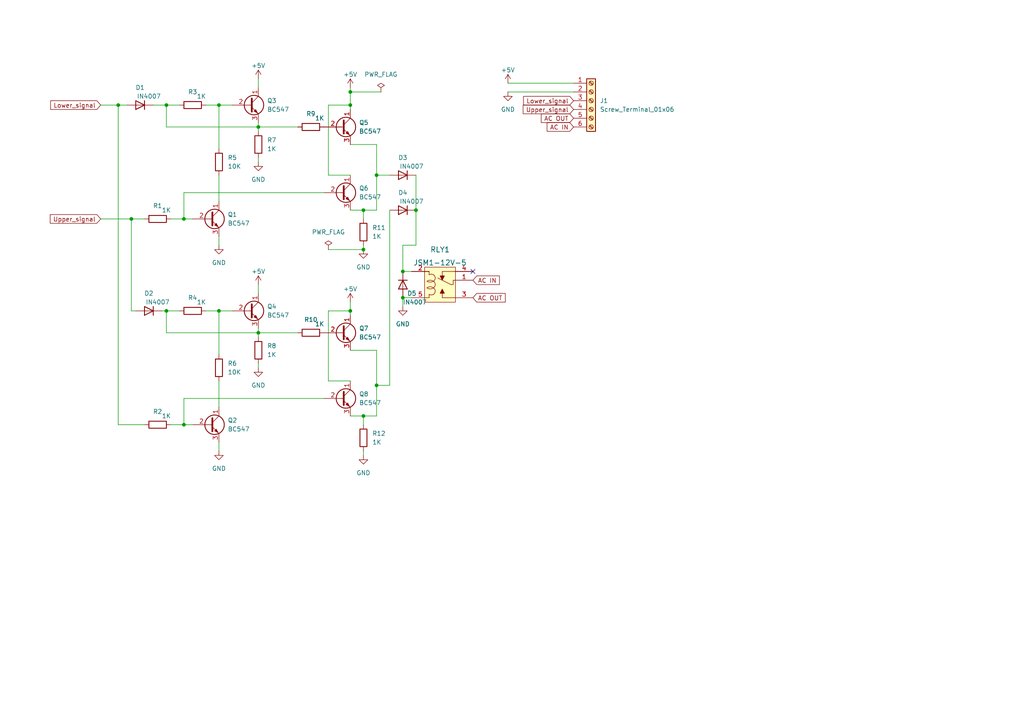
<source format=kicad_sch>
(kicad_sch (version 20211123) (generator eeschema)
  (paper "A4")
  (title_block (title "LatchReset_twoway") (date "2022-10-02") (rev "rev2") (company "Author : Ukesh Aryal"))
  (lib_symbols
    (symbol "Connector:Screw_Terminal_01x06" (pin_names (offset 1.016) hide)
      (property "Reference" "J" (at 0 7.62 0))
      (property "Value" "Screw_Terminal_01x06" (at 0 -10.16 0))
      (symbol "Screw_Terminal_01x06_1_1"
        (rectangle (start -1.27 6.35) (end 1.27 -8.89) (stroke (width 0.254)) (fill (type background)))
        (circle (center 0 -7.62) (radius 0.635) (stroke (width 0.1524)))
        (circle (center 0 -5.08) (radius 0.635) (stroke (width 0.1524)))
        (circle (center 0 -2.54) (radius 0.635) (stroke (width 0.1524)))
        (polyline (pts (xy -0.5334 -7.2898) (xy 0.3302 -8.128)) (stroke (width 0.1524)))
        (polyline (pts (xy -0.5334 -4.7498) (xy 0.3302 -5.588)) (stroke (width 0.1524)))
        (polyline (pts (xy -0.5334 -2.2098) (xy 0.3302 -3.048)) (stroke (width 0.1524)))
        (polyline (pts (xy -0.5334 0.3302) (xy 0.3302 -0.508)) (stroke (width 0.1524)))
        (polyline (pts (xy -0.5334 2.8702) (xy 0.3302 2.032)) (stroke (width 0.1524)))
        (polyline (pts (xy -0.5334 5.4102) (xy 0.3302 4.572)) (stroke (width 0.1524)))
        (polyline (pts (xy -0.3556 -7.112) (xy 0.508 -7.9502)) (stroke (width 0.1524)))
        (polyline (pts (xy -0.3556 -4.572) (xy 0.508 -5.4102)) (stroke (width 0.1524)))
        (polyline (pts (xy -0.3556 -2.032) (xy 0.508 -2.8702)) (stroke (width 0.1524)))
        (polyline (pts (xy -0.3556 0.508) (xy 0.508 -0.3302)) (stroke (width 0.1524)))
        (polyline (pts (xy -0.3556 3.048) (xy 0.508 2.2098)) (stroke (width 0.1524)))
        (polyline (pts (xy -0.3556 5.588) (xy 0.508 4.7498)) (stroke (width 0.1524)))
        (circle (center 0 0) (radius 0.635) (stroke (width 0.1524)))
        (circle (center 0 2.54) (radius 0.635) (stroke (width 0.1524)))
        (circle (center 0 5.08) (radius 0.635) (stroke (width 0.1524)))
        (pin passive line (at -5.08 5.08 0) (length 3.81) (name "Pin_1") (number "1"))
        (pin passive line (at -5.08 2.54 0) (length 3.81) (name "Pin_2") (number "2"))
        (pin passive line (at -5.08 0 0) (length 3.81) (name "Pin_3") (number "3"))
        (pin passive line (at -5.08 -2.54 0) (length 3.81) (name "Pin_4") (number "4"))
        (pin passive line (at -5.08 -5.08 0) (length 3.81) (name "Pin_5") (number "5"))
        (pin passive line (at -5.08 -7.62 0) (length 3.81) (name "Pin_6") (number "6"))
      )
    )
    (symbol "Device:D" (pin_numbers hide) (pin_names (offset 1.016) hide)
      (property "Reference" "D" (at 0 2.54 0))
      (property "Value" "D" (at 0 -2.54 0))
      (symbol "D_0_1"
        (polyline (pts (xy -1.27 1.27) (xy -1.27 -1.27)) (stroke (width 0.254)))
        (polyline (pts (xy 1.27 0) (xy -1.27 0)))
        (polyline (pts (xy 1.27 1.27) (xy 1.27 -1.27) (xy -1.27 0) (xy 1.27 1.27)) (stroke (width 0.254)))
      )
      (symbol "D_1_1"
        (pin passive line (at -3.81 0 0) (length 2.54) (name "K") (number "1"))
        (pin passive line (at 3.81 0 180) (length 2.54) (name "A") (number "2"))
      )
    )
    (symbol "Device:R" (pin_numbers hide) (pin_names (offset 0))
      (property "Reference" "R" (at 2.032 0 90))
      (property "Value" "R" (at 0 0 90))
      (symbol "R_0_1"
        (rectangle (start -1.016 -2.54) (end 1.016 2.54) (stroke (width 0.254)))
      )
      (symbol "R_1_1"
        (pin passive line (at 0 3.81 270) (length 1.27) (name "~") (number "1"))
        (pin passive line (at 0 -3.81 90) (length 1.27) (name "~") (number "2"))
      )
    )
    (symbol "Transistor_BJT:BC547" (pin_names (offset 0) hide)
      (property "Reference" "Q" (at 5.08 1.905 0))
      (property "Value" "BC547" (at 5.08 0 0))
      (symbol "BC547_0_1"
        (polyline (pts (xy 0 0) (xy 0.635 0)))
        (polyline (pts (xy 0.635 0.635) (xy 2.54 2.54)))
        (polyline (pts (xy 0.635 -0.635) (xy 2.54 -2.54) (xy 2.54 -2.54)))
        (polyline (pts (xy 0.635 1.905) (xy 0.635 -1.905) (xy 0.635 -1.905)) (stroke (width 0.508)))
        (polyline (pts (xy 1.27 -1.778) (xy 1.778 -1.27) (xy 2.286 -2.286) (xy 1.27 -1.778) (xy 1.27 -1.778)) (fill (type outline)))
        (circle (center 1.27 0) (radius 2.8194) (stroke (width 0.254)))
      )
      (symbol "BC547_1_1"
        (pin passive line (at 2.54 5.08 270) (length 2.54) (name "C") (number "1"))
        (pin input line (at -5.08 0 0) (length 5.08) (name "B") (number "2"))
        (pin passive line (at 2.54 -5.08 90) (length 2.54) (name "E") (number "3"))
      )
    )
    (symbol "dk_Automotive-Relays:JSM1-12V-5" (pin_names (offset 0.0254) hide)
      (property "Reference" "RLY" (at -3.81 5.08 0))
      (property "Value" "JSM1-12V-5" (at 1.27 -8.89 0))
      (symbol "JSM1-12V-5_0_1"
        (rectangle (start -3.81 3.81) (end 5.08 -6.35) (fill (type background)))
        (arc (start -3.175 -2.2098) (mid -2.2225 -2.5197) (end -1.27 -2.2098))
        (arc (start -3.175 -0.3048) (mid -2.2225 -0.5353) (end -1.27 -0.3048))
        (arc (start -2.54 -4.1148) (mid -1.905 -4.2647) (end -1.27 -4.1148))
        (arc (start -1.27 -4.1148) (mid -0.7708 -3.1623) (end -1.27 -2.2098))
        (arc (start -1.27 -2.2098) (mid -2.2225 -1.8999) (end -3.175 -2.2098))
        (arc (start -1.27 -2.2098) (mid -0.7708 -1.2573) (end -1.27 -0.3048))
        (arc (start -1.27 -0.3048) (mid -2.2225 0.0051) (end -3.175 -0.3048))
        (arc (start -1.27 -0.3048) (mid -0.7708 0.6477) (end -1.27 1.6002))
        (arc (start -1.27 1.6002) (mid -1.905 1.7501) (end -2.54 1.6002))
        (polyline (pts (xy -2.54 -5.0546) (xy -2.54 -4.1148)))
        (polyline (pts (xy -2.54 1.6002) (xy -2.54 2.54)))
        (polyline (pts (xy 1.27 -5.08) (xy 4.445 -5.08)))
        (polyline (pts (xy 3.81 -1.27) (xy 0 0.635)))
        (polyline (pts (xy 4.445 2.54) (xy 1.27 2.54)))
        (polyline (pts (xy 5.08 -5.08) (xy 4.445 -5.08)))
        (polyline (pts (xy 5.08 0) (xy 4.445 0)))
        (polyline (pts (xy 5.08 2.54) (xy 4.445 2.54)))
        (polyline (pts (xy 4.445 0) (xy 4.445 -1.27) (xy 3.81 -1.27)))
        (polyline (pts (xy 1.27 -5.08) (xy 1.27 -3.81) (xy 0.635 -3.81) (xy 1.27 -2.54) (xy 1.905 -3.81) (xy 1.27 -3.81)) (fill (type outline)))
        (polyline (pts (xy 1.27 2.54) (xy 1.27 1.27) (xy 0.635 1.27) (xy 1.27 0) (xy 1.905 1.27) (xy 1.27 1.27)) (fill (type outline)))
      )
      (symbol "JSM1-12V-5_1_1"
        (pin passive line (at 10.16 0 180) (length 5.08) (name "COM") (number "1"))
        (pin input line (at -7.62 2.54 0) (length 5.08) (name "~") (number "2"))
        (pin passive line (at 10.16 -5.08 180) (length 5.08) (name "NO") (number "3"))
        (pin passive line (at 10.16 2.54 180) (length 5.08) (name "NC") (number "4"))
        (pin input line (at -7.62 -5.08 0) (length 5.08) (name "~") (number "5"))
      )
    )
    (symbol "power:+5V" (power) (pin_names (offset 0))
      (property "Value" "+5V" (at 0 3.556 0))
      (symbol "+5V_0_1"
        (polyline (pts (xy -0.762 1.27) (xy 0 2.54)))
        (polyline (pts (xy 0 0) (xy 0 2.54)))
        (polyline (pts (xy 0 2.54) (xy 0.762 1.27)))
      )
      (symbol "+5V_1_1"
        (pin power_in line (at 0 0 90) (length 0) hide (name "+5V") (number "1"))
      )
    )
    (symbol "power:GND" (power) (pin_names (offset 0))
      (property "Value" "GND" (at 0 -3.81 0))
      (symbol "GND_0_1"
        (polyline (pts (xy 0 0) (xy 0 -1.27) (xy 1.27 -1.27) (xy 0 -2.54) (xy -1.27 -1.27) (xy 0 -1.27)))
      )
      (symbol "GND_1_1"
        (pin power_in line (at 0 0 270) (length 0) hide (name "GND") (number "1"))
      )
    )
    (symbol "power:PWR_FLAG" (power) (pin_numbers hide) (pin_names (offset 0) hide)
      (property "Value" "PWR_FLAG" (at 0 3.81 0))
      (symbol "PWR_FLAG_0_0"
        (pin power_out line (at 0 0 90) (length 0) (name "pwr") (number "1"))
      )
      (symbol "PWR_FLAG_0_1"
        (polyline (pts (xy 0 0) (xy 0 1.27) (xy -1.016 1.905) (xy 0 2.54) (xy 1.016 1.905) (xy 0 1.27)))
      )
    )
  )
  (junction (at 105.41 120.65))
  (junction (at 74.93 36.83))
  (junction (at 109.22 111.76))
  (junction (at 63.5 30.48))
  (junction (at 109.22 50.8))
  (junction (at 101.6 90.17))
  (junction (at 48.26 30.48))
  (junction (at 63.5 90.17))
  (junction (at 120.65 60.96))
  (junction (at 101.6 26.67))
  (junction (at 116.84 78.74))
  (junction (at 34.29 30.48))
  (junction (at 53.34 123.19))
  (junction (at 105.41 60.96))
  (junction (at 101.6 30.48))
  (junction (at 38.1 63.5))
  (junction (at 116.84 86.36))
  (junction (at 48.26 90.17))
  (junction (at 105.41 72.39))
  (junction (at 53.34 63.5))
  (junction (at 74.93 96.52))
  (no_connect (at 137.16 78.74))
  (wire (pts (xy 74.93 22.86) (xy 74.93 25.4)))
  (wire (pts (xy 101.6 90.17) (xy 95.25 90.17)))
  (wire (pts (xy 74.93 96.52) (xy 74.93 97.79)))
  (wire (pts (xy 46.99 90.17) (xy 48.26 90.17)))
  (wire (pts (xy 53.34 63.5) (xy 53.34 55.88)))
  (wire (pts (xy 105.41 60.96) (xy 105.41 63.5)))
  (wire (pts (xy 109.22 50.8) (xy 109.22 60.96)))
  (wire (pts (xy 109.22 60.96) (xy 105.41 60.96)))
  (wire (pts (xy 38.1 90.17) (xy 39.37 90.17)))
  (wire (pts (xy 48.26 36.83) (xy 74.93 36.83)))
  (wire (pts (xy 105.41 130.81) (xy 105.41 132.08)))
  (wire (pts (xy 119.38 86.36) (xy 116.84 86.36)))
  (wire (pts (xy 74.93 45.72) (xy 74.93 46.99)))
  (wire (pts (xy 48.26 90.17) (xy 48.26 96.52)))
  (wire (pts (xy 101.6 41.91) (xy 109.22 41.91)))
  (wire (pts (xy 120.65 71.12) (xy 116.84 71.12)))
  (wire (pts (xy 63.5 30.48) (xy 67.31 30.48)))
  (wire (pts (xy 113.03 60.96) (xy 113.03 111.76)))
  (wire (pts (xy 101.6 30.48) (xy 95.25 30.48)))
  (wire (pts (xy 63.5 71.12) (xy 63.5 68.58)))
  (wire (pts (xy 63.5 90.17) (xy 59.69 90.17)))
  (wire (pts (xy 74.93 95.25) (xy 74.93 96.52)))
  (wire (pts (xy 120.65 60.96) (xy 120.65 71.12)))
  (wire (pts (xy 63.5 90.17) (xy 67.31 90.17)))
  (wire (pts (xy 49.53 63.5) (xy 53.34 63.5)))
  (wire (pts (xy 53.34 123.19) (xy 53.34 115.57)))
  (wire (pts (xy 63.5 110.49) (xy 63.5 118.11)))
  (wire (pts (xy 38.1 63.5) (xy 41.91 63.5)))
  (wire (pts (xy 109.22 111.76) (xy 109.22 120.65)))
  (wire (pts (xy 29.21 30.48) (xy 34.29 30.48)))
  (wire (pts (xy 95.25 30.48) (xy 95.25 50.8)))
  (wire (pts (xy 116.84 71.12) (xy 116.84 78.74)))
  (wire (pts (xy 105.41 120.65) (xy 101.6 120.65)))
  (wire (pts (xy 95.25 90.17) (xy 95.25 110.49)))
  (wire (pts (xy 93.98 55.88) (xy 53.34 55.88)))
  (wire (pts (xy 109.22 111.76) (xy 113.03 111.76)))
  (wire (pts (xy 63.5 130.81) (xy 63.5 128.27)))
  (wire (pts (xy 116.84 78.74) (xy 119.38 78.74)))
  (wire (pts (xy 101.6 30.48) (xy 101.6 31.75)))
  (wire (pts (xy 49.53 123.19) (xy 53.34 123.19)))
  (wire (pts (xy 147.32 24.13) (xy 166.37 24.13)))
  (wire (pts (xy 74.93 105.41) (xy 74.93 106.68)))
  (wire (pts (xy 105.41 71.12) (xy 105.41 72.39)))
  (wire (pts (xy 74.93 96.52) (xy 86.36 96.52)))
  (wire (pts (xy 48.26 90.17) (xy 52.07 90.17)))
  (wire (pts (xy 93.98 115.57) (xy 53.34 115.57)))
  (wire (pts (xy 63.5 30.48) (xy 63.5 43.18)))
  (wire (pts (xy 101.6 25.4) (xy 101.6 26.67)))
  (wire (pts (xy 63.5 50.8) (xy 63.5 58.42)))
  (wire (pts (xy 34.29 30.48) (xy 34.29 123.19)))
  (wire (pts (xy 105.41 120.65) (xy 105.41 123.19)))
  (wire (pts (xy 74.93 35.56) (xy 74.93 36.83)))
  (wire (pts (xy 53.34 123.19) (xy 55.88 123.19)))
  (wire (pts (xy 48.26 30.48) (xy 52.07 30.48)))
  (wire (pts (xy 48.26 96.52) (xy 74.93 96.52)))
  (wire (pts (xy 74.93 82.55) (xy 74.93 85.09)))
  (wire (pts (xy 95.25 50.8) (xy 101.6 50.8)))
  (wire (pts (xy 34.29 30.48) (xy 36.83 30.48)))
  (wire (pts (xy 95.25 110.49) (xy 101.6 110.49)))
  (wire (pts (xy 53.34 63.5) (xy 55.88 63.5)))
  (wire (pts (xy 29.21 63.5) (xy 38.1 63.5)))
  (wire (pts (xy 120.65 50.8) (xy 120.65 60.96)))
  (wire (pts (xy 109.22 101.6) (xy 109.22 111.76)))
  (wire (pts (xy 74.93 36.83) (xy 86.36 36.83)))
  (wire (pts (xy 110.49 26.67) (xy 101.6 26.67)))
  (wire (pts (xy 48.26 30.48) (xy 48.26 36.83)))
  (wire (pts (xy 166.37 26.67) (xy 147.32 26.67)))
  (wire (pts (xy 101.6 90.17) (xy 101.6 91.44)))
  (wire (pts (xy 101.6 87.63) (xy 101.6 90.17)))
  (wire (pts (xy 44.45 30.48) (xy 48.26 30.48)))
  (wire (pts (xy 63.5 90.17) (xy 63.5 102.87)))
  (wire (pts (xy 116.84 86.36) (xy 116.84 88.9)))
  (wire (pts (xy 109.22 50.8) (xy 113.03 50.8)))
  (wire (pts (xy 34.29 123.19) (xy 41.91 123.19)))
  (wire (pts (xy 101.6 26.67) (xy 101.6 30.48)))
  (wire (pts (xy 105.41 60.96) (xy 101.6 60.96)))
  (wire (pts (xy 38.1 90.17) (xy 38.1 63.5)))
  (wire (pts (xy 101.6 101.6) (xy 109.22 101.6)))
  (wire (pts (xy 63.5 30.48) (xy 59.69 30.48)))
  (wire (pts (xy 109.22 41.91) (xy 109.22 50.8)))
  (wire (pts (xy 74.93 36.83) (xy 74.93 38.1)))
  (wire (pts (xy 109.22 120.65) (xy 105.41 120.65)))
  (wire (pts (xy 95.25 72.39) (xy 105.41 72.39)))
  (global_label "Upper_signal" (shape input) (at 166.37 31.75 180) (property "Intersheet References" "${INTERSHEET_REFS}" (effects hide)))
  (global_label "AC IN" (shape input) (at 166.37 36.83 180) (property "Intersheet References" "${INTERSHEET_REFS}" (effects hide)))
  (global_label "Lower_signal" (shape input) (at 166.37 29.21 180) (property "Intersheet References" "${INTERSHEET_REFS}" (effects hide)))
  (global_label "AC OUT" (shape input) (at 166.37 34.29 180) (property "Intersheet References" "${INTERSHEET_REFS}" (effects hide)))
  (global_label "Upper_signal" (shape input) (at 29.21 63.5 180) (property "Intersheet References" "${INTERSHEET_REFS}" (effects hide)))
  (global_label "AC OUT" (shape input) (at 137.16 86.36 0) (property "Intersheet References" "${INTERSHEET_REFS}" (effects hide)))
  (global_label "AC IN" (shape input) (at 137.16 81.28 0) (property "Intersheet References" "${INTERSHEET_REFS}" (effects hide)))
  (global_label "Lower_signal" (shape input) (at 29.21 30.48 180) (property "Intersheet References" "${INTERSHEET_REFS}" (effects hide)))
  (symbol (lib_id "Transistor_BJT:BC547") (at 72.39 30.48 0) (unit 1)
    (property "Reference" "Q3" (at 77.47 29.2099 0) (effects (justify left)))
    (property "Value" "BC547" (at 77.47 31.7499 0) (effects (justify left)))
    (property "Footprint" "Package_TO_SOT_THT:TO-92_Inline" (effects hide))
    (property "Datasheet" "https://www.onsemi.com/pub/Collateral/BC550-D.pdf" (effects hide))
  )
  (symbol (lib_id "Transistor_BJT:BC547") (at 99.06 115.57 0) (unit 1)
    (property "Reference" "Q8" (at 104.14 114.2999 0) (effects (justify left)))
    (property "Value" "BC547" (at 104.14 116.8399 0) (effects (justify left)))
    (property "Footprint" "Package_TO_SOT_THT:TO-92_Inline" (effects hide))
    (property "Datasheet" "https://www.onsemi.com/pub/Collateral/BC550-D.pdf" (effects hide))
  )
  (symbol (lib_id "Transistor_BJT:BC547") (at 99.06 36.83 0) (unit 1)
    (property "Reference" "Q5" (at 104.14 35.5599 0) (effects (justify left)))
    (property "Value" "BC547" (at 104.14 38.0999 0) (effects (justify left)))
    (property "Footprint" "Package_TO_SOT_THT:TO-92_Inline" (effects hide))
    (property "Datasheet" "https://www.onsemi.com/pub/Collateral/BC550-D.pdf" (effects hide))
  )
  (symbol (lib_id "power:GND") (at 116.84 88.9 0) (unit 1)
    (property "Reference" "#PWR0111" (effects hide))
    (property "Value" "GND" (at 116.84 93.98 0))
  )
  (symbol (lib_id "Device:R") (at 105.41 67.31 0) (unit 1)
    (property "Reference" "R11" (at 107.95 66.0399 0) (effects (justify left)))
    (property "Value" "1K" (at 107.95 68.5799 0) (effects (justify left)))
  )
  (symbol (lib_id "Transistor_BJT:BC547") (at 99.06 96.52 0) (unit 1)
    (property "Reference" "Q7" (at 104.14 95.2499 0) (effects (justify left)))
    (property "Value" "BC547" (at 104.14 97.7899 0) (effects (justify left)))
    (property "Footprint" "Package_TO_SOT_THT:TO-92_Inline" (effects hide))
    (property "Datasheet" "https://www.onsemi.com/pub/Collateral/BC550-D.pdf" (effects hide))
  )
  (symbol (lib_id "Transistor_BJT:BC547") (at 99.06 55.88 0) (unit 1)
    (property "Reference" "Q6" (at 104.14 54.6099 0) (effects (justify left)))
    (property "Value" "BC547" (at 104.14 57.1499 0) (effects (justify left)))
    (property "Footprint" "Package_TO_SOT_THT:TO-92_Inline" (effects hide))
    (property "Datasheet" "https://www.onsemi.com/pub/Collateral/BC550-D.pdf" (effects hide))
  )
  (symbol (lib_id "Device:R") (at 90.17 36.83 90) (unit 1)
    (property "Reference" "R9" (at 90.17 33.02 90))
    (property "Value" "1K" (at 92.71 34.29 90))
  )
  (symbol (lib_id "Device:R") (at 55.88 90.17 90) (unit 1)
    (property "Reference" "R4" (at 55.88 86.36 90))
    (property "Value" "1K" (at 58.42 87.63 90))
  )
  (symbol (lib_id "Transistor_BJT:BC547") (at 60.96 123.19 0) (unit 1)
    (property "Reference" "Q2" (at 66.04 121.9199 0) (effects (justify left)))
    (property "Value" "BC547" (at 66.04 124.4599 0) (effects (justify left)))
    (property "Footprint" "Package_TO_SOT_THT:TO-92_Inline" (effects hide))
    (property "Datasheet" "https://www.onsemi.com/pub/Collateral/BC550-D.pdf" (effects hide))
  )
  (symbol (lib_id "power:GND") (at 63.5 71.12 0) (unit 1)
    (property "Reference" "#PWR0107" (effects hide))
    (property "Value" "GND" (at 63.5 76.2 0))
  )
  (symbol (lib_id "power:GND") (at 105.41 132.08 0) (unit 1)
    (property "Reference" "#PWR0109" (effects hide))
    (property "Value" "GND" (at 105.41 137.16 0))
  )
  (symbol (lib_id "power:GND") (at 105.41 72.39 0) (unit 1)
    (property "Reference" "#PWR0105" (effects hide))
    (property "Value" "GND" (at 105.41 77.47 0))
  )
  (symbol (lib_id "Device:D") (at 116.84 60.96 180) (unit 1)
    (property "Reference" "D4" (at 116.84 55.88 0))
    (property "Value" "IN4007" (at 119.38 58.42 0))
  )
  (symbol (lib_id "power:PWR_FLAG") (at 95.25 72.39 0) (unit 1)
    (property "Reference" "#FLG0101" (effects hide))
    (property "Value" "PWR_FLAG" (at 95.25 67.31 0))
  )
  (symbol (lib_id "Device:R") (at 74.93 101.6 0) (unit 1)
    (property "Reference" "R8" (at 77.47 100.3299 0) (effects (justify left)))
    (property "Value" "1K" (at 77.47 102.8699 0) (effects (justify left)))
  )
  (symbol (lib_id "power:+5V") (at 147.32 24.13 0) (unit 1)
    (property "Reference" "#PWR01" (effects hide))
    (property "Value" "+5V" (at 147.32 20.32 0))
  )
  (symbol (lib_id "power:GND") (at 74.93 106.68 0) (unit 1)
    (property "Reference" "#PWR0108" (effects hide))
    (property "Value" "GND" (at 74.93 111.76 0))
  )
  (symbol (lib_id "Device:R") (at 74.93 41.91 0) (unit 1)
    (property "Reference" "R7" (at 77.47 40.6399 0) (effects (justify left)))
    (property "Value" "1K" (at 77.47 43.1799 0) (effects (justify left)))
  )
  (symbol (lib_id "power:GND") (at 63.5 130.81 0) (unit 1)
    (property "Reference" "#PWR0110" (effects hide))
    (property "Value" "GND" (at 63.5 135.89 0))
  )
  (symbol (lib_id "Connector:Screw_Terminal_01x06") (at 171.45 29.21 0) (unit 1)
    (property "Reference" "J1" (at 173.99 29.2099 0) (effects (justify left)))
    (property "Value" "Screw_Terminal_01x06" (at 173.99 31.7499 0) (effects (justify left)))
  )
  (symbol (lib_id "Device:R") (at 63.5 106.68 0) (unit 1)
    (property "Reference" "R6" (at 66.04 105.4099 0) (effects (justify left)))
    (property "Value" "10K" (at 66.04 107.9499 0) (effects (justify left)))
  )
  (symbol (lib_id "Device:R") (at 45.72 63.5 90) (unit 1)
    (property "Reference" "R1" (at 45.72 59.69 90))
    (property "Value" "1K" (at 48.26 60.96 90))
  )
  (symbol (lib_id "Transistor_BJT:BC547") (at 60.96 63.5 0) (unit 1)
    (property "Reference" "Q1" (at 66.04 62.2299 0) (effects (justify left)))
    (property "Value" "BC547" (at 66.04 64.7699 0) (effects (justify left)))
    (property "Footprint" "Package_TO_SOT_THT:TO-92_Inline" (effects hide))
    (property "Datasheet" "https://www.onsemi.com/pub/Collateral/BC550-D.pdf" (effects hide))
  )
  (symbol (lib_id "Transistor_BJT:BC547") (at 72.39 90.17 0) (unit 1)
    (property "Reference" "Q4" (at 77.47 88.8999 0) (effects (justify left)))
    (property "Value" "BC547" (at 77.47 91.4399 0) (effects (justify left)))
    (property "Footprint" "Package_TO_SOT_THT:TO-92_Inline" (effects hide))
    (property "Datasheet" "https://www.onsemi.com/pub/Collateral/BC550-D.pdf" (effects hide))
  )
  (symbol (lib_id "power:GND") (at 147.32 26.67 0) (unit 1)
    (property "Reference" "#PWR02" (effects hide))
    (property "Value" "GND" (at 147.32 31.75 0))
  )
  (symbol (lib_id "Device:R") (at 90.17 96.52 90) (unit 1)
    (property "Reference" "R10" (at 90.17 92.71 90))
    (property "Value" "1K" (at 92.71 93.98 90))
  )
  (symbol (lib_id "power:PWR_FLAG") (at 110.49 26.67 0) (unit 1)
    (property "Reference" "#FLG0102" (effects hide))
    (property "Value" "PWR_FLAG" (at 110.49 21.59 0))
  )
  (symbol (lib_id "Device:D") (at 116.84 82.55 270) (unit 1)
    (property "Reference" "D5" (at 118.11 85.09 90) (effects (justify left)))
    (property "Value" "IN4007" (at 116.84 87.63 90) (effects (justify left)))
  )
  (symbol (lib_id "power:GND") (at 74.93 46.99 0) (unit 1)
    (property "Reference" "#PWR0101" (effects hide))
    (property "Value" "GND" (at 74.93 52.07 0))
  )
  (symbol (lib_id "power:+5V") (at 101.6 87.63 0) (unit 1)
    (property "Reference" "#PWR0104" (effects hide))
    (property "Value" "+5V" (at 101.6 83.82 0))
  )
  (symbol (lib_id "Device:R") (at 105.41 127 0) (unit 1)
    (property "Reference" "R12" (at 107.95 125.7299 0) (effects (justify left)))
    (property "Value" "1K" (at 107.95 128.2699 0) (effects (justify left)))
  )
  (symbol (lib_id "Device:D") (at 43.18 90.17 180) (unit 1)
    (property "Reference" "D2" (at 43.18 85.09 0))
    (property "Value" "IN4007" (at 45.72 87.63 0))
  )
  (symbol (lib_id "power:+5V") (at 74.93 22.86 0) (unit 1)
    (property "Reference" "#PWR0103" (effects hide))
    (property "Value" "+5V" (at 74.93 19.05 0))
  )
  (symbol (lib_id "dk_Automotive-Relays:JSM1-12V-5") (at 127 81.28 0) (unit 1)
    (property "Reference" "RLY1" (at 127.635 72.39 0) (effects (font (size 1.524 1.524))))
    (property "Value" "JSM1-12V-5" (at 127.635 76.2 0) (effects (font (size 1.524 1.524))))
    (property "Footprint" "digikey-footprints:Relay_JSM1-12V-5" (effects hide))
    (property "Datasheet" "https://media.digikey.com/pdf/Data%20Sheets/Panasonic%20Electric%20Works%20PDFs/JS-M_Series_Rev_Dec_2011.pdf" (effects hide))
    (property "Digi-Key_PN" "255-1240-ND" (effects hide))
    (property "MPN" "JSM1-12V-5" (effects hide))
    (property "Category" "Relays" (effects hide))
    (property "Family" "Automotive Relays" (effects hide))
    (property "DK_Datasheet_Link" "https://media.digikey.com/pdf/Data%20Sheets/Panasonic%20Electric%20Works%20PDFs/JS-M_Series_Rev_Dec_2011.pdf" (effects hide))
    (property "DK_Detail_Page" "/product-detail/en/panasonic-electric-works/JSM1-12V-5/255-1240-ND/274764" (effects hide))
    (property "Description" "RELAY AUTOMOTIVE SPDT 15A 12V" (effects hide))
    (property "Manufacturer" "Panasonic Electric Works" (effects hide))
    (property "Status" "Active" (effects hide))
  )
  (symbol (lib_id "Device:R") (at 55.88 30.48 90) (unit 1)
    (property "Reference" "R3" (at 55.88 26.67 90))
    (property "Value" "1K" (at 58.42 27.94 90))
  )
  (symbol (lib_id "power:+5V") (at 74.93 82.55 0) (unit 1)
    (property "Reference" "#PWR0102" (effects hide))
    (property "Value" "+5V" (at 74.93 78.74 0))
  )
  (symbol (lib_id "Device:D") (at 40.64 30.48 180) (unit 1)
    (property "Reference" "D1" (at 40.64 25.4 0))
    (property "Value" "IN4007" (at 43.18 27.94 0))
  )
  (symbol (lib_id "power:+5V") (at 101.6 25.4 0) (unit 1)
    (property "Reference" "#PWR0106" (effects hide))
    (property "Value" "+5V" (at 101.6 21.59 0))
  )
  (symbol (lib_id "Device:R") (at 63.5 46.99 0) (unit 1)
    (property "Reference" "R5" (at 66.04 45.7199 0) (effects (justify left)))
    (property "Value" "10K" (at 66.04 48.2599 0) (effects (justify left)))
  )
  (symbol (lib_id "Device:R") (at 45.72 123.19 90) (unit 1)
    (property "Reference" "R2" (at 45.72 119.38 90))
    (property "Value" "1K" (at 48.26 120.65 90))
  )
  (symbol (lib_id "Device:D") (at 116.84 50.8 180) (unit 1)
    (property "Reference" "D3" (at 116.84 45.72 0))
    (property "Value" "IN4007" (at 119.38 48.26 0))
  )
)
</source>
